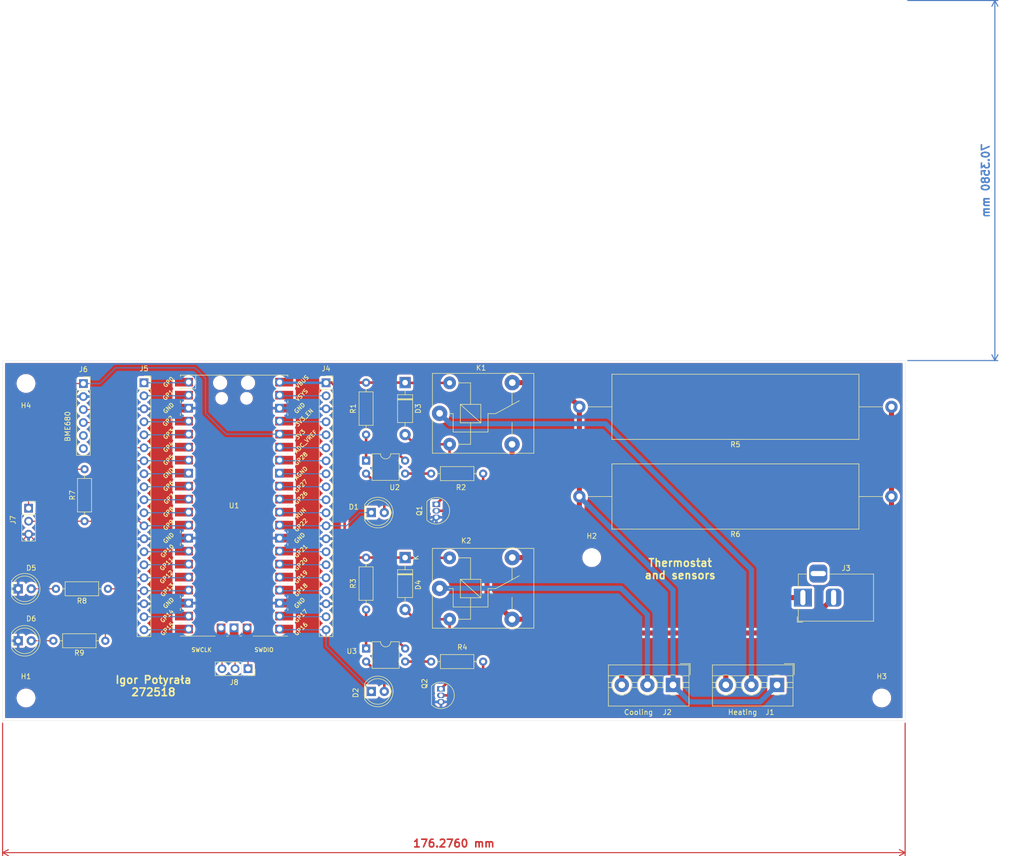
<source format=kicad_pcb>
(kicad_pcb (version 20240108) (generator "pcbnew") (generator_version "8.0")
  (layers (0 "F.Cu" signal) (31 "B.Cu" signal) (34 "B.Paste" user) (35 "F.Paste" user) (36 "B.SilkS" user "B.Silkscreen") (37 "F.SilkS" user "F.Silkscreen") (38 "B.Mask" user) (39 "F.Mask" user) (44 "Edge.Cuts" user))
  (net 0 "")
  (net 1 "Net-(D1-A)")
  (net 2 "COLD_GPIO")
  (net 3 "Net-(D2-A)")
  (net 4 "HEAT_GPIO")
  (net 5 "5V")
  (net 6 "Net-(D3-A)")
  (net 7 "Net-(D4-A)")
  (net 8 "COM H")
  (net 9 "COM C")
  (net 10 "Net-(J3-Pad1)")
  (net 11 "GND 12V")
  (net 12 "Net-(J4-Pin_6)")
  (net 13 "Net-(J4-Pin_4)")
  (net 14 "Net-(J4-Pin_16)")
  (net 15 "LED_1")
  (net 16 "3V3")
  (net 17 "Net-(J4-Pin_11)")
  (net 18 "LED_2")
  (net 19 "Net-(J4-Pin_19)")
  (net 20 "Net-(J4-Pin_2)")
  (net 21 "Net-(J4-Pin_8)")
  (net 22 "Net-(J4-Pin_17)")
  (net 23 "Net-(J4-Pin_7)")
  (net 24 "Net-(J4-Pin_9)")
  (net 25 "GND")
  (net 26 "Net-(J4-Pin_10)")
  (net 27 "Net-(J5-Pin_20)")
  (net 28 "DS18B20")
  (net 29 "Net-(J5-Pin_11)")
  (net 30 "Net-(J5-Pin_2)")
  (net 31 "Net-(J5-Pin_4)")
  (net 32 "Net-(J5-Pin_15)")
  (net 33 "SDA")
  (net 34 "Net-(J5-Pin_1)")
  (net 35 "Net-(J5-Pin_14)")
  (net 36 "SCL")
  (net 37 "Net-(J5-Pin_19)")
  (net 38 "Net-(J5-Pin_8)")
  (net 41 "Net-(J8-Pin_2)")
  (net 42 "Net-(J8-Pin_3)")
  (net 43 "Net-(J8-Pin_1)")
  (net 44 "Net-(Q1-B)")
  (net 45 "Net-(Q2-B)")
  (net 46 "Net-(R1-Pad2)")
  (net 47 "Net-(R2-Pad1)")
  (net 48 "Net-(R3-Pad2)")
  (net 49 "Net-(R4-Pad1)")
  (net 50 "12V")
  (net 51 "Net-(J5-Pin_5)")
  (net 52 "Net-(D5-A)")
  (net 53 "Net-(D6-A)")
  (net 54 "Net-(J4-Pin_14)")
  (net 55 "Net-(J4-Pin_15)")
  (net 56 "Net-(J5-Pin_9)")
  (net 57 "Net-(J5-Pin_10)")
  (footprint "Connector_PinSocket_2.54mm:PinSocket_1x20_P2.54mm_Vertical" (layer "F.Cu") (at 52.255 26.8)
    (property "Reference" "J5")
    (property "Value" "Conn_01x20_Socket" (hide yes))
  )
  (footprint "Resistor_THT:R_Axial_DIN0207_L6.3mm_D2.5mm_P10.16mm_Horizontal" (layer "F.Cu") (at 108.331 81.28)
    (property "Reference" "R4")
    (property "Value" "R" (hide yes))
  )
  (footprint "Relay_THT:Relay_SPDT_SANYOU_SRD_Series_Form_C" (layer "F.Cu") (at 109.991 32.766)
    (property "Reference" "K1")
    (property "Value" "Relay" (hide yes))
  )
  (footprint "TerminalBlock:TerminalBlock_MaiXu_MX126-5.0-03P_1x03_P5.00mm" (layer "F.Cu") (at 155.575 85.852 180)
    (property "Reference" "J2")
    (property "Value" "Cooling")
  )
  (footprint "LED_THT:LED_D5.0mm" (layer "F.Cu") (at 27.686 77.216)
    (property "Reference" "D6")
    (property "Value" "LED" (hide yes))
  )
  (footprint "Resistor_THT:R_Axial_DIN0207_L6.3mm_D2.5mm_P10.16mm_Horizontal" (layer "F.Cu") (at 45.212 67.056 180)
    (property "Reference" "R8")
    (property "Value" "R" (hide yes))
  )
  (footprint "Package_DIP:DIP-4_W7.62mm" (layer "F.Cu") (at 95.631 42.006)
    (property "Reference" "U2")
    (property "Value" "PC817" (hide yes))
  )
  (footprint "Connector_BarrelJack:BarrelJack_Horizontal" (layer "F.Cu") (at 180.944 68.7755 180)
    (property "Reference" "J3")
    (property "Value" "Jack-DC")
  )
  (footprint "LED_THT:LED_D5.0mm" (layer "F.Cu") (at 96.647 52.166)
    (property "Reference" "D1")
    (property "Value" "LED" (hide yes))
  )
  (footprint "Resistor_THT:R_Axial_DIN0207_L6.3mm_D2.5mm_P10.16mm_Horizontal" (layer "F.Cu") (at 40.64 53.848 90)
    (property "Reference" "R7")
    (property "Value" "R" (hide yes))
  )
  (footprint "Resistor_THT:R_Axial_DIN0207_L6.3mm_D2.5mm_P10.16mm_Horizontal" (layer "F.Cu") (at 44.704 77.216 180)
    (property "Reference" "R9")
    (property "Value" "R" (hide yes))
  )
  (footprint "Resistor_THT:R_Axial_DIN0207_L6.3mm_D2.5mm_P10.16mm_Horizontal" (layer "F.Cu") (at 108.331 44.546)
    (property "Reference" "R2")
    (property "Value" "R" (hide yes))
  )
  (footprint "Package_DIP:DIP-4_W7.62mm" (layer "F.Cu") (at 95.641 78.735)
    (property "Reference" "U3")
    (property "Value" "PC817" (hide yes))
  )
  (footprint "MountingHole:MountingHole_3.2mm_M3" (layer "F.Cu") (at 139.7 60.96)
    (property "Reference" "H2")
    (property "Value" "MountingHole" (hide yes))
  )
  (footprint "Connector_PinSocket_2.54mm:PinSocket_1x06_P2.54mm_Vertical" (layer "F.Cu") (at 40.411 26.949)
    (property "Reference" "J6")
    (property "Value" "BME680")
  )
  (footprint "Package_TO_SOT_THT:TO-92_Inline" (layer "F.Cu") (at 109.347 50.546 -90)
    (property "Reference" "Q1")
    (property "Value" "BC547" (hide yes))
  )
  (footprint "Connector_PinSocket_2.54mm:PinSocket_1x20_P2.54mm_Vertical" (layer "F.Cu") (at 87.815 26.8)
    (property "Reference" "J4")
    (property "Value" "Conn_01x20_Socket" (hide yes))
  )
  (footprint "Resistor_THT:R_Axial_DIN0207_L6.3mm_D2.5mm_P10.16mm_Horizontal" (layer "F.Cu") (at 95.631 26.766 -90)
    (property "Reference" "R1")
    (property "Value" "R" (hide yes))
  )
  (footprint "MountingHole:MountingHole_3.2mm_M3" (layer "F.Cu") (at 29.21 88.392)
    (property "Reference" "H1")
    (property "Value" "MountingHole" (hide yes))
  )
  (footprint "LED_THT:LED_D5.0mm" (layer "F.Cu") (at 96.647 87.117)
    (property "Reference" "D2")
    (property "Value" "LED" (hide yes))
  )
  (footprint "Resistor_THT:R_Axial_Power_L48.0mm_W12.5mm_P60.96mm" (layer "F.Cu") (at 198.247 49.022 180)
    (property "Reference" "R6")
    (property "Value" "R")
  )
  (footprint "MountingHole:MountingHole_3.2mm_M3" (layer "F.Cu") (at 29.21 26.924)
    (property "Reference" "H4")
    (property "Value" "MountingHole" (hide yes))
  )
  (footprint "Package_TO_SOT_THT:TO-92_Inline" (layer "F.Cu") (at 110.257 86.614 -90)
    (property "Reference" "Q2")
    (property "Value" "BC547" (hide yes))
  )
  (footprint "Diode_THT:D_DO-41_SOD81_P10.16mm_Horizontal" (layer "F.Cu") (at 103.251 60.96 -90)
    (property "Reference" "D4")
    (property "Value" "1N4007" (hide yes))
  )
  (footprint "Connector_PinSocket_2.54mm:PinSocket_1x03_P2.54mm_Vertical" (layer "F.Cu") (at 72.575 82.68 -90)
    (property "Reference" "J8")
    (property "Value" "Conn_01x03_Socket" (hide yes))
  )
  (footprint "Resistor_THT:R_Axial_Power_L48.0mm_W12.5mm_P60.96mm" (layer "F.Cu") (at 198.247 31.496 180)
    (property "Reference" "R5")
    (property "Value" "R")
  )
  (footprint "Resistor_THT:R_Axial_DIN0207_L6.3mm_D2.5mm_P10.16mm_Horizontal" (layer "F.Cu") (at 95.631 60.96 -90)
    (property "Reference" "R3")
    (property "Value" "R" (hide yes))
  )
  (footprint "MCU_RaspberryPi_and_Boards:RPi_Pico_SMD_TH" (layer "F.Cu") (at 69.85 50.8)
    (property "Reference" "U1")
    (property "Value" "Pico" (hide yes))
  )
  (footprint "Connector_PinSocket_2.54mm:PinSocket_1x03_P2.54mm_Vertical" (layer "F.Cu") (at 29.718 51.308)
    (property "Reference" "J7")
    (property "Value" "Conn_01x03_Socket" (hide yes))
  )
  (footprint "MountingHole:MountingHole_3.2mm_M3" (layer "F.Cu") (at 196.342 88.392)
    (property "Reference" "H3")
    (property "Value" "MountingHole" (hide yes))
  )
  (footprint "Relay_THT:Relay_SPDT_SANYOU_SRD_Series_Form_C" (layer "F.Cu") (at 109.991 66.96)
    (property "Reference" "K2")
    (property "Value" "Relay" (hide yes))
  )
  (footprint "TerminalBlock:TerminalBlock_MaiXu_MX126-5.0-03P_1x03_P5.00mm" (layer "F.Cu") (at 175.895 85.852 180)
    (property "Reference" "J1")
    (property "Value" "Heating")
  )
  (footprint "Diode_THT:D_DO-41_SOD81_P10.16mm_Horizontal" (layer "F.Cu") (at 103.251 26.766 -90)
    (property "Reference" "D3")
    (property "Value" "1N4007" (hide yes))
  )
  (footprint "LED_THT:LED_D5.0mm" (layer "F.Cu") (at 27.686 67.056)
    (property "Reference" "D5")
    (property "Value" "LED" (hide yes))
  )
  (gr_rect (start 24.638 22.448) (end 200.914 92.806) (stroke (width 0.05)) (fill none) (layer "Edge.Cuts"))
  (gr_text "Thermostat\nand sensors" (at 156.972 65.278 0) (layer "F.SilkS") (effects (font (size 1.5 1.5) (thickness 0.3) (bold yes)) (justify bottom)))
  (gr_text "Igor Potyrała\n272518" (at 54.102 88.138 0) (layer "F.SilkS") (effects (font (size 1.5 1.5) (thickness 0.3) (bold yes)) (justify bottom)))
  (dimension (type aligned) (layer "F.Cu") (pts (xy 200.914 92.806) (xy 24.638 92.806)) (height -25.812) (gr_text "176.2760 mm" (at 112.776 116.818 0) (layer "F.Cu") (effects (font (size 1.5 1.5) (thickness 0.3)))) (format (prefix "") (suffix "") (units 3) (units_format 1) (precision 4)) (style (thickness 0.2) (arrow_length 1.27) (text_position_mode 0) (extension_height 0.58642) (extension_offset 0.5) keep_text_aligned))
  (dimension (type aligned) (layer "B.Cu") (pts (xy 200.914 22.448) (xy 200.914 -47.91)) (height 17.526) (gr_text "70.3580 mm" (at 216.64 -12.731 90) (layer "B.Cu") (effects (font (size 1.5 1.5) (thickness 0.3)) (justify mirror))) (format (prefix "") (suffix "") (units 3) (units_format 1) (precision 4)) (style (thickness 0.2) (arrow_length 1.27) (text_position_mode 0) (extension_height 0.58642) (extension_offset 0.5) keep_text_aligned))
  (segment (start 99.187 52.166) (end 99.187 48.102) (width 0.5) (layer "F.Cu") (net 1))
  (segment (start 99.187 48.102) (end 95.631 44.546) (width 0.5) (layer "F.Cu") (net 1))
  (segment (start 78.87 75.06) (end 78.74 74.93) (width 0.2) (layer "F.Cu") (net 2))
  (segment (start 78.87 75.06) (end 78.74 74.93) (width 0.2) (layer "B.Cu") (net 2))
  (segment (start 96.647 87.117) (end 87.815 78.285) (width 0.2) (layer "B.Cu") (net 2))
  (segment (start 87.815 78.285) (end 87.815 75.06) (width 0.2) (layer "B.Cu") (net 2))
  (segment (start 87.815 75.06) (end 78.87 75.06) (width 0.2) (layer "B.Cu") (net 2))
  (segment (start 99.187 87.117) (end 99.187 84.821) (width 0.5) (layer "F.Cu") (net 3))
  (segment (start 99.187 84.821) (end 95.641 81.275) (width 0.5) (layer "F.Cu") (net 3))
  (segment (start 78.87 54.74) (end 78.74 54.61) (width 0.2) (layer "F.Cu") (net 4))
  (segment (start 78.87 54.74) (end 78.74 54.61) (width 0.2) (layer "B.Cu") (net 4))
  (segment (start 96.647 52.166) (end 94.392 52.166) (width 0.2) (layer "B.Cu") (net 4))
  (segment (start 87.815 54.74) (end 78.87 54.74) (width 0.2) (layer "B.Cu") (net 4))
  (segment (start 94.392 52.166) (end 91.818 54.74) (width 0.2) (layer "B.Cu") (net 4))
  (segment (start 91.818 54.74) (end 87.815 54.74) (width 0.2) (layer "B.Cu") (net 4))
  (segment (start 87.849 26.766) (end 87.815 26.8) (width 0.5) (layer "F.Cu") (net 5))
  (segment (start 91.44 58.42) (end 91.44 29.306) (width 0.5) (layer "F.Cu") (net 5))
  (segment (start 103.301 61.01) (end 103.251 60.96) (width 0.2) (layer "F.Cu") (net 5))
  (segment (start 103.251 60.96) (end 103.505 60.96) (width 0.2) (layer "F.Cu") (net 5))
  (segment (start 111.941 26.816) (end 103.301 26.816) (width 0.5) (layer "F.Cu") (net 5))
  (segment (start 103.251 42.006) (end 99.441 38.196) (width 0.5) (layer "F.Cu") (net 5))
  (segment (start 103.301 26.816) (end 103.251 26.766) (width 0.2) (layer "F.Cu") (net 5))
  (segment (start 88.9 26.766) (end 87.849 26.766) (width 0.5) (layer "F.Cu") (net 5))
  (segment (start 99.441 38.196) (end 99.441 26.766) (width 0.5) (layer "F.Cu") (net 5))
  (segment (start 93.98 60.96) (end 91.44 58.42) (width 0.5) (layer "F.Cu") (net 5))
  (segment (start 99.441 26.766) (end 95.631 26.766) (width 0.5) (layer "F.Cu") (net 5))
  (segment (start 99.441 60.96) (end 103.251 60.96) (width 0.5) (layer "F.Cu") (net 5))
  (segment (start 99.441 74.915) (end 103.261 78.735) (width 0.5) (layer "F.Cu") (net 5))
  (segment (start 103.505 60.96) (end 103.555 61.01) (width 0.2) (layer "F.Cu") (net 5))
  (segment (start 103.251 26.766) (end 99.441 26.766) (width 0.5) (layer "F.Cu") (net 5))
  (segment (start 99.441 60.96) (end 99.441 74.915) (width 0.5) (layer "F.Cu") (net 5))
  (segment (start 95.631 26.766) (end 88.9 26.766) (width 0.5) (layer "F.Cu") (net 5))
  (segment (start 103.555 61.01) (end 111.941 61.01) (width 0.5) (layer "F.Cu") (net 5))
  (segment (start 91.44 29.306) (end 88.9 26.766) (width 0.5) (layer "F.Cu") (net 5))
  (segment (start 95.631 60.96) (end 93.98 60.96) (width 0.5) (layer "F.Cu") (net 5))
  (segment (start 95.631 60.96) (end 99.441 60.96) (width 0.5) (layer "F.Cu") (net 5))
  (segment (start 87.685 26.67) (end 87.815 26.8) (width 0.2) (layer "F.Cu") (net 5))
  (segment (start 87.815 26.8) (end 78.87 26.8) (width 0.5) (layer "B.Cu") (net 5))
  (segment (start 78.87 26.8) (end 78.74 26.67) (width 0.2) (layer "B.Cu") (net 5))
  (segment (start 109.347 50.546) (end 111.941 47.952) (width 0.5) (layer "F.Cu") (net 6))
  (segment (start 111.941 47.952) (end 111.941 38.816) (width 0.5) (layer "F.Cu") (net 6))
  (segment (start 111.941 38.816) (end 105.141 38.816) (width 0.5) (layer "F.Cu") (net 6))
  (segment (start 105.141 38.816) (end 103.251 36.926) (width 0.5) (layer "F.Cu") (net 6))
  (segment (start 105.141 73.01) (end 103.251 71.12) (width 0.5) (layer "F.Cu") (net 7))
  (segment (start 111.941 73.01) (end 105.141 73.01) (width 0.5) (layer "F.Cu") (net 7))
  (segment (start 110.257 86.614) (end 111.941 84.93) (width 0.5) (layer "F.Cu") (net 7))
  (segment (start 111.941 84.93) (end 111.941 73.01) (width 0.5) (layer "F.Cu") (net 7))
  (segment (start 170.895 63.326) (end 142.367 34.798) (width 1) (layer "B.Cu") (net 8))
  (segment (start 112.023 34.798) (end 109.991 32.766) (width 1) (layer "B.Cu") (net 8))
  (segment (start 142.367 34.798) (end 112.023 34.798) (width 1) (layer "B.Cu") (net 8))
  (segment (start 170.895 85.852) (end 170.895 63.326) (width 1) (layer "B.Cu") (net 8))
  (segment (start 150.575 72.117) (end 150.575 85.852) (width 1) (layer "B.Cu") (net 9))
  (segment (start 145.418 66.96) (end 150.575 72.117) (width 1) (layer "B.Cu") (net 9))
  (segment (start 109.991 66.96) (end 145.418 66.96) (width 1) (layer "B.Cu") (net 9))
  (segment (start 198.247 49.022) (end 198.247 53.848) (width 1) (layer "F.Cu") (net 10))
  (segment (start 198.247 49.022) (end 197.485 49.022) (width 1) (layer "F.Cu") (net 10))
  (segment (start 174.498 62.992) (end 174.498 66.802) (width 1) (layer "F.Cu") (net 10))
  (segment (start 198.247 31.496) (end 198.247 49.022) (width 1) (layer "F.Cu") (net 10))
  (segment (start 193.421 58.674) (end 178.816 58.674) (width 1) (layer "F.Cu") (net 10))
  (segment (start 198.247 53.848) (end 193.421 58.674) (width 1) (layer "F.Cu") (net 10))
  (segment (start 176.4715 68.7755) (end 180.944 68.7755) (width 1) (layer "F.Cu") (net 10))
  (segment (start 178.816 58.674) (end 174.498 62.992) (width 1) (layer "F.Cu") (net 10))
  (segment (start 174.498 66.802) (end 176.4715 68.7755) (width 1) (layer "F.Cu") (net 10))
  (segment (start 145.575 83.726) (end 137.541 75.692) (width 1) (layer "F.Cu") (net 11))
  (segment (start 119.253 68.122) (end 124.141 73.01) (width 1) (layer "F.Cu") (net 11))
  (segment (start 145.575 83.726) (end 145.575 85.852) (width 1) (layer "F.Cu") (net 11))
  (segment (start 165.895 83.472) (end 165.895 85.852) (width 1) (layer "F.Cu") (net 11))
  (segment (start 165.895 83.472) (end 158.115 75.692) (width 1) (layer "F.Cu") (net 11))
  (segment (start 158.115 75.692) (end 180.0275 75.692) (width 1) (layer "F.Cu") (net 11))
  (segment (start 180.0275 75.692) (end 186.944 68.7755) (width 1) (layer "F.Cu") (net 11))
  (segment (start 134.859 73.01) (end 124.141 73.01) (width 1) (layer "F.Cu") (net 11))
  (segment (start 158.115 75.692) (end 137.541 75.692) (width 1) (layer "F.Cu") (net 11))
  (segment (start 137.541 75.692) (end 134.859 73.01) (width 1) (layer "F.Cu") (net 11))
  (segment (start 119.253 58.166) (end 119.253 68.122) (width 1) (layer "F.Cu") (net 11))
  (segment (start 124.141 38.816) (end 124.141 53.278) (width 1) (layer "F.Cu") (net 11))
  (segment (start 124.141 53.278) (end 119.253 58.166) (width 1) (layer "F.Cu") (net 11))
  (segment (start 78.87 39.5) (end 78.74 39.37) (width 0.2) (layer "F.Cu") (net 12))
  (segment (start 78.87 39.5) (end 78.74 39.37) (width 0.2) (layer "B.Cu") (net 12))
  (segment (start 87.815 39.5) (end 78.87 39.5) (width 0.2) (layer "B.Cu") (net 12))
  (segment (start 78.87 34.42) (end 78.74 34.29) (width 0.2) (layer "F.Cu") (net 13))
  (segment (start 87.815 34.42) (end 78.87 34.42) (width 0.2) (layer "B.Cu") (net 13))
  (segment (start 78.87 34.42) (end 78.74 34.29) (width 0.2) (layer "B.Cu") (net 13))
  (segment (start 78.87 64.9) (end 78.74 64.77) (width 0.2) (layer "F.Cu") (net 14))
  (segment (start 78.87 64.9) (end 78.74 64.77) (width 0.2) (layer "B.Cu") (net 14))
  (segment (start 87.815 64.9) (end 78.87 64.9) (width 0.2) (layer "B.Cu") (net 14))
  (segment (start 45.212 67.056) (end 46.736 67.056) (width 0.2) (layer "F.Cu") (net 15))
  (segment (start 60.83 64.9) (end 60.96 64.77) (width 0.2) (layer "F.Cu") (net 15))
  (segment (start 46.736 67.056) (end 48.892 64.9) (width 0.2) (layer "F.Cu") (net 15))
  (segment (start 48.892 64.9) (end 52.255 64.9) (width 0.2) (layer "F.Cu") (net 15))
  (segment (start 52.255 64.9) (end 60.83 64.9) (width 0.2) (layer "B.Cu") (net 15))
  (segment (start 60.83 64.9) (end 60.96 64.77) (width 0.2) (layer "B.Cu") (net 15))
  (segment (start 35.306 43.688) (end 40.64 43.688) (width 0.2) (layer "F.Cu") (net 16))
  (segment (start 40.411 26.949) (end 38.329 26.949) (width 0.2) (layer "F.Cu") (net 16))
  (segment (start 29.718 51.308) (end 29.718 49.276) (width 0.2) (layer "F.Cu") (net 16))
  (segment (start 29.718 49.276) (end 35.306 43.688) (width 0.2) (layer "F.Cu") (net 16))
  (segment (start 35.306 29.972) (end 35.306 43.688) (width 0.2) (layer "F.Cu") (net 16))
  (segment (start 38.329 26.949) (end 35.306 29.972) (width 0.2) (layer "F.Cu") (net 16))
  (segment (start 40.64 43.688) (end 41.028 43.3) (width 0.2) (layer "F.Cu") (net 16))
  (segment (start 78.87 36.96) (end 78.74 36.83) (width 0.2) (layer "F.Cu") (net 16))
  (segment (start 68.326 36.83) (end 78.74 36.83) (width 0.2) (layer "B.Cu") (net 16))
  (segment (start 62.23 23.876) (end 64.262 25.908) (width 0.2) (layer "B.Cu") (net 16))
  (segment (start 43.663 26.949) (end 46.736 23.876) (width 0.2) (layer "B.Cu") (net 16))
  (segment (start 40.411 26.949) (end 43.663 26.949) (width 0.2) (layer "B.Cu") (net 16))
  (segment (start 87.815 36.96) (end 78.87 36.96) (width 0.2) (layer "B.Cu") (net 16))
  (segment (start 64.262 32.766) (end 68.326 36.83) (width 0.2) (layer "B.Cu") (net 16))
  (segment (start 41.028 43.3) (end 40.64 43.688) (width 0.2) (layer "B.Cu") (net 16))
  (segment (start 46.736 23.876) (end 62.23 23.876) (width 0.2) (layer "B.Cu") (net 16))
  (segment (start 64.262 25.908) (end 64.262 32.766) (width 0.2) (layer "B.Cu") (net 16))
  (segment (start 78.87 36.96) (end 78.74 36.83) (width 0.2) (layer "B.Cu") (net 16))
  (segment (start 78.87 52.2) (end 78.74 52.07) (width 0.2) (layer "F.Cu") (net 17))
  (segment (start 78.87 52.2) (end 78.74 52.07) (width 0.2) (layer "B.Cu") (net 17))
  (segment (start 87.815 52.2) (end 78.87 52.2) (width 0.2) (layer "B.Cu") (net 17))
  (segment (start 49.4 67.44) (end 52.255 67.44) (width 0.2) (layer "F.Cu") (net 18))
  (segment (start 44.704 77.216) (end 44.704 72.136) (width 0.2) (layer "F.Cu") (net 18))
  (segment (start 60.83 67.44) (end 60.96 67.31) (width 0.2) (layer "F.Cu") (net 18))
  (segment (start 44.704 72.136) (end 49.4 67.44) (width 0.2) (layer "F.Cu") (net 18))
  (segment (start 60.83 67.44) (end 60.96 67.31) (width 0.2) (layer "B.Cu") (net 18))
  (segment (start 52.255 67.44) (end 60.83 67.44) (width 0.2) (layer "B.Cu") (net 18))
  (segment (start 78.87 72.52) (end 78.74 72.39) (width 0.2) (layer "F.Cu") (net 19))
  (segment (start 78.87 72.52) (end 78.74 72.39) (width 0.2) (layer "B.Cu") (net 19))
  (segment (start 87.815 72.52) (end 78.87 72.52) (width 0.2) (layer "B.Cu") (net 19))
  (segment (start 78.87 29.34) (end 78.74 29.21) (width 0.2) (layer "F.Cu") (net 20))
  (segment (start 78.87 29.34) (end 78.74 29.21) (width 0.2) (layer "B.Cu") (net 20))
  (segment (start 87.815 29.34) (end 78.87 29.34) (width 0.2) (layer "B.Cu") (net 20))
  (segment (start 78.87 44.58) (end 78.74 44.45) (width 0.2) (layer "F.Cu") (net 21))
  (segment (start 78.87 44.58) (end 78.74 44.45) (width 0.2) (layer "B.Cu") (net 21))
  (segment (start 87.815 44.58) (end 78.87 44.58) (width 0.2) (layer "B.Cu") (net 21))
  (segment (start 78.87 67.44) (end 78.74 67.31) (width 0.2) (layer "F.Cu") (net 22))
  (segment (start 87.815 67.44) (end 78.87 67.44) (width 0.2) (layer "B.Cu") (net 22))
  (segment (start 78.87 67.44) (end 78.74 67.31) (width 0.2) (layer "B.Cu") (net 22))
  (segment (start 78.87 42.04) (end 78.74 41.91) (width 0.2) (layer "F.Cu") (net 23))
  (segment (start 87.815 42.04) (end 78.87 42.04) (width 0.2) (layer "B.Cu") (net 23))
  (segment (start 78.87 42.04) (end 78.74 41.91) (width 0.2) (layer "B.Cu") (net 23))
  (segment (start 78.87 47.12) (end 78.74 46.99) (width 0.2) (layer "F.Cu") (net 24))
  (segment (start 78.87 47.12) (end 78.74 46.99) (width 0.2) (layer "B.Cu") (net 24))
  (segment (start 87.815 47.12) (end 78.87 47.12) (width 0.2) (layer "B.Cu") (net 24))
  (segment (start 52.131 57.404) (end 52.255 57.28) (width 0.2) (layer "F.Cu") (net 25))
  (segment (start 60.83 69.98) (end 60.96 69.85) (width 0.2) (layer "F.Cu") (net 25))
  (segment (start 29.718 56.388) (end 30.734 57.404) (width 0.2) (layer "F.Cu") (net 25))
  (segment (start 60.83 31.88) (end 60.96 31.75) (width 0.2) (layer "F.Cu") (net 25))
  (segment (start 40.411 29.489) (end 45.237 29.489) (width 0.2) (layer "F.Cu") (net 25))
  (segment (start 30.734 57.404) (end 52.131 57.404) (width 0.2) (layer "F.Cu") (net 25))
  (segment (start 47.628 31.88) (end 52.255 31.88) (width 0.2) (layer "F.Cu") (net 25))
  (segment (start 27.686 58.42) (end 29.718 56.388) (width 0.2) (layer "F.Cu") (net 25))
  (segment (start 45.237 29.489) (end 47.628 31.88) (width 0.2) (layer "F.Cu") (net 25))
  (segment (start 78.87 57.28) (end 78.74 57.15) (width 0.2) (layer "F.Cu") (net 25))
  (segment (start 27.686 67.056) (end 27.686 58.42) (width 0.2) (layer "F.Cu") (net 25))
  (segment (start 60.83 57.28) (end 60.96 57.15) (width 0.2) (layer "F.Cu") (net 25))
  (segment (start 78.87 69.98) (end 78.74 69.85) (width 0.2) (layer "F.Cu") (net 25))
  (segment (start 27.686 77.216) (end 27.686 67.056) (width 0.2) (layer "F.Cu") (net 25))
  (segment (start 78.87 31.88) (end 78.74 31.75) (width 0.2) (layer "F.Cu") (net 25))
  (segment (start 109.347 53.086) (end 105.153 57.28) (width 0.5) (layer "B.Cu") (net 25))
  (segment (start 99.695 81.28) (end 107.569 89.154) (width 0.5) (layer "B.Cu") (net 25))
  (segment (start 92.71 73.66) (end 94.615 73.66) (width 0.5) (layer "B.Cu") (net 25))
  (segment (start 105.153 57.28) (end 87.815 57.28) (width 0.5) (layer "B.Cu") (net 25))
  (segment (start 60.83 69.98) (end 60.96 69.85) (width 0.2) (layer "B.Cu") (net 25))
  (segment (start 52.255 57.28) (end 60.83 57.28) (width 0.2) (layer "B.Cu") (net 25))
  (segment (start 60.83 31.88) (end 60.96 31.75) (width 0.2) (layer "B.Cu") (net 25))
  (segment (start 52.255 69.98) (end 60.83 69.98) (width 0.2) (layer "B.Cu") (net 25))
  (segment (start 99.695 78.74) (end 99.695 81.28) (width 0.5) (layer "B.Cu") (net 25))
  (segment (start 94.615 73.66) (end 99.695 78.74) (width 0.5) (layer "B.Cu") (net 25))
  (segment (start 107.569 89.154) (end 110.257 89.154) (width 0.5) (layer "B.Cu") (net 25))
  (segment (start 87.815 57.28) (end 78.87 57.28) (width 0.5) (layer "B.Cu") (net 25))
  (segment (start 91.062 69.98) (end 91.694 70.612) (width 0.5) (layer "B.Cu") (net 25))
  (segment (start 87.815 69.98) (end 91.062 69.98) (width 0.5) (layer "B.Cu") (net 25))
  (segment (start 87.815 31.88) (end 78.87 31.88) (width 0.2) (layer "B.Cu") (net 25))
  (segment (start 78.87 57.28) (end 78.74 57.15) (width 0.5) (layer "B.Cu") (net 25))
  (segment (start 52.255 31.88) (end 60.83 31.88) (width 0.2) (layer "B.Cu") (net 25))
  (segment (start 91.694 72.644) (end 92.71 73.66) (width 0.5) (layer "B.Cu") (net 25))
  (segment (start 78.87 31.88) (end 78.74 31.75) (width 0.2) (layer "B.Cu") (net 25))
  (segment (start 60.83 57.28) (end 60.96 57.15) (width 0.2) (layer "B.Cu") (net 25))
  (segment (start 78.87 69.98) (end 78.74 69.85) (width 0.5) (layer "B.Cu") (net 25))
  (segment (start 91.694 70.612) (end 91.694 72.644) (width 0.5) (layer "B.Cu") (net 25))
  (segment (start 87.815 69.98) (end 78.87 69.98) (width 0.5) (layer "B.Cu") (net 25))
  (segment (start 78.87 49.66) (end 78.74 49.53) (width 0.2) (layer "F.Cu") (net 26))
  (segment (start 78.87 49.66) (end 78.74 49.53) (width 0.2) (layer "B.Cu") (net 26))
  (segment (start 87.815 49.66) (end 78.87 49.66) (width 0.2) (layer "B.Cu") (net 26))
  (segment (start 60.83 75.06) (end 60.96 74.93) (width 0.2) (layer "F.Cu") (net 27))
  (segment (start 52.255 75.06) (end 60.83 75.06) (width 0.2) (layer "B.Cu") (net 27))
  (segment (start 60.83 75.06) (end 60.96 74.93) (width 0.2) (layer "B.Cu") (net 27))
  (segment (start 51.302 53.848) (end 40.64 53.848) (width 0.2) (layer "F.Cu") (net 28))
  (segment (start 52.194 54.74) (end 51.302 53.848) (width 0.2) (layer "F.Cu") (net 28))
  (segment (start 60.83 54.74) (end 60.96 54.61) (width 0.2) (layer "F.Cu") (net 28))
  (segment (start 52.255 54.74) (end 52.194 54.74) (width 0.2) (layer "F.Cu") (net 28))
  (segment (start 29.718 53.848) (end 40.64 53.848) (width 0.2) (layer "F.Cu") (net 28))
  (segment (start 52.255 54.74) (end 60.83 54.74) (width 0.2) (layer "B.Cu") (net 28))
  (segment (start 60.83 54.74) (end 60.96 54.61) (width 0.2) (layer "B.Cu") (net 28))
  (segment (start 60.83 52.2) (end 60.96 52.07) (width 0.2) (layer "F.Cu") (net 29))
  (segment (start 52.255 52.2) (end 60.83 52.2) (width 0.2) (layer "B.Cu") (net 29))
  (segment (start 60.83 52.2) (end 60.96 52.07) (width 0.2) (layer "B.Cu") (net 29))
  (segment (start 60.83 29.34) (end 60.96 29.21) (width 0.2) (layer "F.Cu") (net 30))
  (segment (start 52.255 29.34) (end 60.83 29.34) (width 0.2) (layer "B.Cu") (net 30))
  (segment (start 60.83 29.34) (end 60.96 29.21) (width 0.2) (layer "B.Cu") (net 30))
  (segment (start 60.83 34.42) (end 60.96 34.29) (width 0.2) (layer "F.Cu") (net 31))
  (segment (start 52.255 34.42) (end 60.83 34.42) (width 0.2) (layer "B.Cu") (net 31))
  (segment (start 60.83 34.42) (end 60.96 34.29) (width 0.2) (layer "B.Cu") (net 31))
  (segment (start 60.83 62.36) (end 60.96 62.23) (width 0.2) (layer "F.Cu") (net 32))
  (segment (start 52.255 62.36) (end 60.83 62.36) (width 0.2) (layer "B.Cu") (net 32))
  (segment (start 60.83 62.36) (end 60.96 62.23) (width 0.2) (layer "B.Cu") (net 32))
  (segment (start 60.83 39.5) (end 60.96 39.37) (width 0.2) (layer "F.Cu") (net 33))
  (segment (start 42.697 32.029) (end 50.168 39.5) (width 0.2) (layer "F.Cu") (net 33))
  (segment (start 40.411 32.029) (end 42.697 32.029) (width 0.2) (layer "F.Cu") (net 33))
  (segment (start 50.168 39.5) (end 52.255 39.5) (width 0.2) (layer "F.Cu") (net 33))
  (segment (start 52.255 39.5) (end 60.83 39.5) (width 0.2) (layer "B.Cu") (net 33))
  (segment (start 60.83 39.5) (end 60.96 39.37) (width 0.2) (layer "B.Cu") (net 33))
  (segment (start 60.83 26.8) (end 60.96 26.67) (width 0.2) (layer "F.Cu") (net 34))
  (segment (start 52.255 26.8) (end 60.83 26.8) (width 0.2) (layer "B.Cu") (net 34))
  (segment (start 60.83 26.8) (end 60.96 26.67) (width 0.2) (layer "B.Cu") (net 34))
  (segment (start 60.83 59.82) (end 60.96 59.69) (width 0.2) (layer "F.Cu") (net 35))
  (segment (start 60.83 59.82) (end 60.96 59.69) (width 0.2) (layer "B.Cu") (net 35))
  (segment (start 52.255 59.82) (end 60.83 59.82) (width 0.2) (layer "B.Cu") (net 35))
  (segment (start 60.83 42.04) (end 60.96 41.91) (width 0.2) (layer "F.Cu") (net 36))
  (segment (start 40.411 34.569) (end 42.443 34.569) (width 0.2) (layer "F.Cu") (net 36))
  (segment (start 49.914 42.04) (end 52.255 42.04) (width 0.2) (layer "F.Cu") (net 36))
  (segment (start 42.443 34.569) (end 49.914 42.04) (width 0.2) (layer "F.Cu") (net 36))
  (segment (start 52.255 42.04) (end 60.83 42.04) (width 0.2) (layer "B.Cu") (net 36))
  (segment (start 60.83 42.04) (end 60.96 41.91) (width 0.2) (layer "B.Cu") (net 36))
  (segment (start 60.83 72.52) (end 60.96 72.39) (width 0.2) (layer "F.Cu") (net 37))
  (segment (start 52.255 72.52) (end 60.83 72.52) (width 0.2) (layer "B.Cu") (net 37))
  (segment (start 60.83 72.52) (end 60.96 72.39) (width 0.2) (layer "B.Cu") (net 37))
  (segment (start 60.83 44.58) (end 60.96 44.45) (width 0.2) (layer "F.Cu") (net 38))
  (segment (start 52.255 44.58) (end 60.83 44.58) (width 0.2) (layer "B.Cu") (net 38))
  (segment (start 60.83 44.58) (end 60.96 44.45) (width 0.2) (layer "B.Cu") (net 38))
  (segment (start 70.035 82.68) (end 70.035 74.885) (width 0.2) (layer "F.Cu") (net 41))
  (segment (start 70.035 74.885) (end 69.85 74.7) (width 0.2) (layer "F.Cu") (net 41))
  (segment (start 67.495 74.885) (end 67.31 74.7) (width 0.2) (layer "F.Cu") (net 42))
  (segment (start 67.495 82.68) (end 67.495 74.885) (width 0.2) (layer "F.Cu") (net 42))
  (segment (start 72.575 74.885) (end 72.39 74.7) (width 0.2) (layer "F.Cu") (net 43))
  (segment (start 72.575 82.68) (end 72.575 74.885) (width 0.2) (layer "F.Cu") (net 43))
  (segment (start 114.173 51.816) (end 109.347 51.816) (width 0.5) (layer "F.Cu") (net 44))
  (segment (start 118.491 47.498) (end 114.173 51.816) (width 0.5) (layer "F.Cu") (net 44))
  (segment (start 118.491 44.546) (end 118.491 47.498) (width 0.5) (layer "F.Cu") (net 44))
  (segment (start 118.491 81.28) (end 118.491 84.074) (width 0.5) (layer "F.Cu") (net 45))
  (segment (start 114.681 87.884) (end 110.257 87.884) (width 0.5) (layer "F.Cu") (net 45))
  (segment (start 118.491 84.074) (end 114.681 87.884) (width 0.5) (layer "F.Cu") (net 45))
  (segment (start 95.631 36.926) (end 95.631 42.006) (width 0.5) (layer "F.Cu") (net 46))
  (segment (start 108.331 44.546) (end 103.251 44.546) (width 0.5) (layer "F.Cu") (net 47))
  (segment (start 95.631 71.12) (end 95.631 78.725) (width 0.5) (layer "F.Cu") (net 48))
  (segment (start 95.631 78.725) (end 95.641 78.735) (width 0.2) (layer "F.Cu") (net 48))
  (segment (start 103.261 81.275) (end 108.326 81.275) (width 0.5) (layer "F.Cu") (net 49))
  (segment (start 108.326 81.275) (end 108.331 81.28) (width 0.2) (layer "F.Cu") (net 49))
  (segment (start 137.287 49.022) (end 137.287 53.594) (width 1) (layer "F.Cu") (net 50))
  (segment (start 137.287 53.594) (end 129.921 60.96) (width 1) (layer "F.Cu") (net 50))
  (segment (start 137.287 49.022) (end 137.287 31.496) (width 1) (layer "F.Cu") (net 50))
  (segment (start 132.557 26.766) (end 137.287 31.496) (width 1) (layer "F.Cu") (net 50))
  (segment (start 129.921 60.96) (end 124.191 60.96) (width 1) (layer "F.Cu") (net 50))
  (segment (start 124.191 26.766) (end 132.557 26.766) (width 1) (layer "F.Cu") (net 50))
  (segment (start 155.575 85.852) (end 155.575 67.31) (width 1) (layer "B.Cu") (net 50))
  (segment (start 172.593 89.154) (end 175.895 85.852) (width 1) (layer "B.Cu") (net 50))
  (segment (start 158.877 89.154) (end 172.593 89.154) (width 1) (layer "B.Cu") (net 50))
  (segment (start 155.575 85.852) (end 158.877 89.154) (width 1) (layer "B.Cu") (net 50))
  (segment (start 155.575 67.31) (end 137.287 49.022) (width 1) (layer "B.Cu") (net 50))
  (segment (start 60.83 36.96) (end 60.96 36.83) (width 0.2) (layer "F.Cu") (net 51))
  (segment (start 52.255 36.96) (end 60.83 36.96) (width 0.2) (layer "B.Cu") (net 51))
  (segment (start 60.83 36.96) (end 60.96 36.83) (width 0.2) (layer "B.Cu") (net 51))
  (segment (start 35.052 67.056) (end 30.226 67.056) (width 0.2) (layer "F.Cu") (net 52))
  (segment (start 34.544 77.216) (end 30.226 77.216) (width 0.2) (layer "F.Cu") (net 53))
  (segment (start 78.87 59.82) (end 78.74 59.69) (width 0.2) (layer "F.Cu") (net 54))
  (segment (start 78.87 59.82) (end 78.74 59.69) (width 0.2) (layer "B.Cu") (net 54))
  (segment (start 87.815 59.82) (end 78.87 59.82) (width 0.2) (layer "B.Cu") (net 54))
  (segment (start 78.87 62.36) (end 78.74 62.23) (width 0.2) (layer "F.Cu") (net 55))
  (segment (start 87.815 62.36) (end 78.87 62.36) (width 0.2) (layer "B.Cu") (net 55))
  (segment (start 78.87 62.36) (end 78.74 62.23) (width 0.2) (layer "B.Cu") (net 55))
  (segment (start 60.83 47.12) (end 60.96 46.99) (width 0.2) (layer "F.Cu") (net 56))
  (segment (start 52.255 47.12) (end 60.83 47.12) (width 0.2) (layer "B.Cu") (net 56))
  (segment (start 60.83 47.12) (end 60.96 46.99) (width 0.2) (layer "B.Cu") (net 56))
  (segment (start 60.83 49.66) (end 60.96 49.53) (width 0.2) (layer "F.Cu") (net 57))
  (segment (start 60.83 49.66) (end 60.96 49.53) (width 0.2) (layer "B.Cu") (net 57))
  (segment (start 52.255 49.66) (end 60.83 49.66) (width 0.2) (layer "B.Cu") (net 57))
  (zone (net 25) (net_name "GND") (layers "F&B.Cu") (connect_pads (clearance 0.5)) (min_thickness 0.25) (fill yes (thermal_gap 0.5) (thermal_bridge_width 0.5))
    (polygon (pts (xy 24.384 22.352) (xy 201.168 22.352) (xy 200.914 92.964) (xy 24.13 93.218)))
  )
)
</source>
